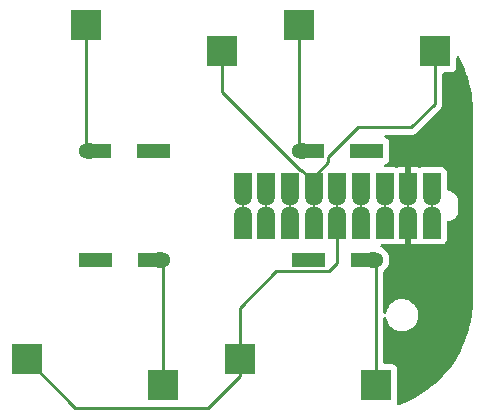
<source format=gbr>
%TF.GenerationSoftware,KiCad,Pcbnew,(6.0.6)*%
%TF.CreationDate,2022-07-28T22:43:09-07:00*%
%TF.ProjectId,left_thumb_routed,6c656674-5f74-4687-956d-625f726f7574,v1.0.0*%
%TF.SameCoordinates,Original*%
%TF.FileFunction,Copper,L2,Bot*%
%TF.FilePolarity,Positive*%
%FSLAX46Y46*%
G04 Gerber Fmt 4.6, Leading zero omitted, Abs format (unit mm)*
G04 Created by KiCad (PCBNEW (6.0.6)) date 2022-07-28 22:43:09*
%MOMM*%
%LPD*%
G01*
G04 APERTURE LIST*
%TA.AperFunction,SMDPad,CuDef*%
%ADD10R,2.600000X2.600000*%
%TD*%
%TA.AperFunction,SMDPad,CuDef*%
%ADD11R,1.400000X1.300000*%
%TD*%
%TA.AperFunction,ComponentPad*%
%ADD12R,1.778000X1.300000*%
%TD*%
%TA.AperFunction,ComponentPad*%
%ADD13O,1.778000X1.300000*%
%TD*%
%TA.AperFunction,ComponentPad*%
%ADD14C,1.500000*%
%TD*%
%TA.AperFunction,SMDPad,CuDef*%
%ADD15R,1.500000X2.000000*%
%TD*%
%TA.AperFunction,Conductor*%
%ADD16C,0.250000*%
%TD*%
G04 APERTURE END LIST*
D10*
%TO.P,SW35,1*%
%TO.N,mirror_c2_r4*%
X-88275000Y-36850000D03*
%TO.P,SW35,2*%
%TO.N,C2*%
X-76725000Y-39050000D03*
%TD*%
%TO.P,SW33,1*%
%TO.N,mirror_c1_r4*%
X-81725000Y-67350000D03*
%TO.P,SW33,2*%
%TO.N,C1*%
X-93275000Y-65150000D03*
%TD*%
D11*
%TO.P,D36,1*%
%TO.N,R5*%
X-65250000Y-47500000D03*
D12*
X-64000000Y-47500000D03*
D13*
%TO.P,D36,2*%
%TO.N,mirror_c2_r5*%
X-70000000Y-47500000D03*
D11*
X-68800000Y-47500000D03*
%TD*%
D12*
%TO.P,D35,1*%
%TO.N,R4*%
X-82000000Y-47500000D03*
D11*
X-83250000Y-47500000D03*
D13*
%TO.P,D35,2*%
%TO.N,mirror_c2_r4*%
X-88000000Y-47500000D03*
D11*
X-86800000Y-47500000D03*
%TD*%
D14*
%TO.P,J7,1*%
%TO.N,VCC*%
X-59000000Y-51400000D03*
D15*
X-59000000Y-50400000D03*
X-59000000Y-53900000D03*
D14*
X-59000000Y-52900000D03*
D15*
%TO.P,J7,2*%
%TO.N,GND*%
X-61000000Y-53900000D03*
D14*
X-61000000Y-52900000D03*
D15*
X-61000000Y-50400000D03*
D14*
X-61000000Y-51400000D03*
D15*
%TO.P,J7,3*%
%TO.N,SDA*%
X-63000000Y-50400000D03*
D14*
X-63000000Y-52900000D03*
X-63000000Y-51400000D03*
D15*
X-63000000Y-53900000D03*
D14*
%TO.P,J7,4*%
%TO.N,SCL*%
X-65000000Y-51400000D03*
X-65000000Y-52900000D03*
D15*
X-65000000Y-53900000D03*
X-65000000Y-50400000D03*
D14*
%TO.P,J7,5*%
%TO.N,C1*%
X-67000000Y-52900000D03*
D15*
X-67000000Y-50400000D03*
D14*
X-67000000Y-51400000D03*
D15*
X-67000000Y-53900000D03*
D14*
%TO.P,J7,6*%
%TO.N,C2*%
X-69000000Y-51400000D03*
X-69000000Y-52900000D03*
D15*
X-69000000Y-53900000D03*
X-69000000Y-50400000D03*
D14*
%TO.P,J7,7*%
%TO.N,R4*%
X-71000000Y-52900000D03*
X-71000000Y-51400000D03*
D15*
X-71000000Y-53900000D03*
X-71000000Y-50400000D03*
%TO.P,J7,8*%
%TO.N,R5*%
X-73000000Y-53900000D03*
X-73000000Y-50400000D03*
D14*
X-73000000Y-51400000D03*
X-73000000Y-52900000D03*
D15*
%TO.P,J7,9*%
%TO.N,N/C*%
X-75000000Y-50400000D03*
D14*
X-75000000Y-51400000D03*
D15*
X-75000000Y-53900000D03*
D14*
X-75000000Y-52900000D03*
%TD*%
D10*
%TO.P,SW34,1*%
%TO.N,mirror_c1_r5*%
X-63725000Y-67350000D03*
%TO.P,SW34,2*%
%TO.N,C1*%
X-75275000Y-65150000D03*
%TD*%
D12*
%TO.P,D33,1*%
%TO.N,R4*%
X-88000000Y-56700000D03*
D11*
X-86750000Y-56700000D03*
D13*
%TO.P,D33,2*%
%TO.N,mirror_c1_r4*%
X-82000000Y-56700000D03*
D11*
X-83200000Y-56700000D03*
%TD*%
D10*
%TO.P,SW36,1*%
%TO.N,mirror_c2_r5*%
X-70275000Y-36850000D03*
%TO.P,SW36,2*%
%TO.N,C2*%
X-58725000Y-39050000D03*
%TD*%
D11*
%TO.P,D34,1*%
%TO.N,R5*%
X-68750000Y-56700000D03*
D12*
X-70000000Y-56700000D03*
D13*
%TO.P,D34,2*%
%TO.N,mirror_c1_r5*%
X-64000000Y-56700000D03*
D11*
X-65200000Y-56700000D03*
%TD*%
D16*
%TO.N,C1*%
X-75275000Y-60775000D02*
X-72175000Y-57675000D01*
X-72175000Y-57675000D02*
X-67725000Y-57675000D01*
X-89199999Y-69225001D02*
X-77975001Y-69225001D01*
X-93275000Y-65150000D02*
X-89199999Y-69225001D01*
X-75275000Y-66525000D02*
X-75275000Y-65150000D01*
X-67725000Y-57675000D02*
X-67000000Y-56950000D01*
X-77975001Y-69225001D02*
X-75275000Y-66525000D01*
X-67000000Y-56950000D02*
X-67000000Y-53149500D01*
X-75275000Y-65150000D02*
X-75275000Y-60775000D01*
%TO.N,C2*%
X-67775000Y-48475000D02*
X-69000000Y-49700000D01*
X-67775000Y-48025000D02*
X-67775000Y-48475000D01*
X-60732629Y-45500000D02*
X-65250000Y-45500000D01*
X-70175000Y-49075000D02*
X-70075000Y-49075000D01*
X-58725000Y-39050000D02*
X-58725000Y-43492371D01*
X-69000000Y-50150000D02*
X-69000000Y-50400000D01*
X-76725000Y-42525000D02*
X-70175000Y-49075000D01*
X-70075000Y-49075000D02*
X-69000000Y-50150000D01*
X-58725000Y-43492371D02*
X-60732629Y-45500000D01*
X-76725000Y-39050000D02*
X-76725000Y-42525000D01*
X-69000000Y-49700000D02*
X-69000000Y-50400000D01*
X-65250000Y-45500000D02*
X-67775000Y-48025000D01*
%TO.N,mirror_c1_r4*%
X-81725000Y-56975000D02*
X-82000000Y-56700000D01*
X-81725000Y-67350000D02*
X-81725000Y-56975000D01*
%TO.N,mirror_c1_r5*%
X-63725000Y-67350000D02*
X-63725000Y-56975000D01*
X-63725000Y-56975000D02*
X-64000000Y-56700000D01*
%TO.N,mirror_c2_r4*%
X-88275000Y-36850000D02*
X-88275000Y-47225000D01*
X-88275000Y-47225000D02*
X-88000000Y-47500000D01*
%TO.N,mirror_c2_r5*%
X-70275000Y-47225000D02*
X-70000000Y-47500000D01*
X-70275000Y-36850000D02*
X-70275000Y-47225000D01*
%TD*%
%TA.AperFunction,Conductor*%
%TO.N,GND*%
G36*
X-56707988Y-39497857D02*
G01*
X-56678233Y-39535878D01*
X-56413623Y-40055205D01*
X-56410267Y-40062337D01*
X-56176592Y-40602328D01*
X-56173690Y-40609656D01*
X-55974388Y-41163239D01*
X-55971946Y-41170755D01*
X-55813293Y-41716841D01*
X-55807795Y-41735766D01*
X-55805836Y-41743395D01*
X-55677482Y-42317612D01*
X-55676003Y-42325368D01*
X-55623975Y-42653861D01*
X-55589812Y-42869553D01*
X-55583962Y-42906490D01*
X-55582971Y-42914334D01*
X-55566085Y-43092967D01*
X-55527602Y-43500082D01*
X-55527105Y-43507982D01*
X-55509905Y-44055300D01*
X-55511343Y-44078642D01*
X-55512310Y-44084850D01*
X-55512310Y-44084855D01*
X-55513691Y-44093724D01*
X-55512527Y-44102626D01*
X-55512527Y-44102628D01*
X-55509564Y-44125283D01*
X-55508500Y-44141621D01*
X-55508500Y-60050633D01*
X-55510000Y-60070018D01*
X-55512310Y-60084851D01*
X-55512310Y-60084855D01*
X-55513691Y-60093724D01*
X-55512527Y-60102626D01*
X-55512527Y-60102628D01*
X-55512050Y-60106276D01*
X-55510864Y-60115340D01*
X-55510669Y-60116834D01*
X-55509667Y-60137129D01*
X-55527105Y-60692018D01*
X-55527602Y-60699918D01*
X-55529986Y-60725142D01*
X-55577999Y-61233073D01*
X-55582970Y-61285657D01*
X-55583961Y-61293501D01*
X-55607558Y-61442489D01*
X-55676003Y-61874632D01*
X-55677482Y-61882388D01*
X-55805836Y-62456605D01*
X-55807793Y-62464226D01*
X-55971227Y-63026773D01*
X-55971942Y-63029233D01*
X-55974384Y-63036748D01*
X-56173690Y-63590344D01*
X-56176592Y-63597672D01*
X-56410267Y-64137663D01*
X-56413623Y-64144795D01*
X-56637189Y-64583568D01*
X-56680737Y-64669036D01*
X-56684550Y-64675972D01*
X-56984047Y-65182394D01*
X-56988289Y-65189077D01*
X-57318989Y-65675688D01*
X-57323636Y-65682085D01*
X-57684261Y-66147001D01*
X-57689283Y-66153070D01*
X-58054842Y-66567715D01*
X-58078380Y-66594414D01*
X-58083799Y-66600184D01*
X-58499816Y-67016201D01*
X-58505586Y-67021620D01*
X-58946930Y-67410717D01*
X-58952999Y-67415739D01*
X-59417908Y-67776359D01*
X-59424312Y-67781011D01*
X-59910923Y-68111711D01*
X-59917606Y-68115953D01*
X-60424028Y-68415450D01*
X-60430964Y-68419263D01*
X-60955205Y-68686377D01*
X-60962337Y-68689733D01*
X-61502328Y-68923408D01*
X-61509656Y-68926310D01*
X-61655673Y-68978879D01*
X-61803448Y-69032081D01*
X-61874317Y-69036336D01*
X-61936237Y-69001602D01*
X-61969548Y-68938905D01*
X-61964111Y-68869301D01*
X-61926029Y-68767718D01*
X-61926027Y-68767712D01*
X-61923255Y-68760316D01*
X-61916500Y-68698134D01*
X-61916500Y-66001866D01*
X-61923255Y-65939684D01*
X-61974385Y-65803295D01*
X-62061739Y-65686739D01*
X-62178295Y-65599385D01*
X-62314684Y-65548255D01*
X-62376866Y-65541500D01*
X-62965500Y-65541500D01*
X-63033621Y-65521498D01*
X-63080114Y-65467842D01*
X-63091500Y-65415500D01*
X-63091500Y-61649147D01*
X-63071498Y-61581026D01*
X-63017842Y-61534533D01*
X-62947568Y-61524429D01*
X-62882988Y-61553923D01*
X-62844604Y-61613649D01*
X-62842186Y-61623270D01*
X-62806772Y-61792050D01*
X-62722033Y-62006622D01*
X-62602353Y-62203849D01*
X-62598856Y-62207879D01*
X-62512232Y-62307704D01*
X-62451153Y-62378092D01*
X-62447022Y-62381479D01*
X-62276885Y-62520984D01*
X-62276879Y-62520988D01*
X-62272757Y-62524368D01*
X-62072265Y-62638494D01*
X-62067249Y-62640315D01*
X-62067244Y-62640317D01*
X-61860425Y-62715389D01*
X-61860421Y-62715390D01*
X-61855410Y-62717209D01*
X-61850161Y-62718158D01*
X-61850158Y-62718159D01*
X-61632477Y-62757522D01*
X-61632470Y-62757523D01*
X-61628393Y-62758260D01*
X-61610656Y-62759096D01*
X-61605708Y-62759330D01*
X-61605701Y-62759330D01*
X-61604220Y-62759400D01*
X-61442075Y-62759400D01*
X-61375119Y-62753719D01*
X-61275438Y-62745261D01*
X-61275434Y-62745260D01*
X-61270127Y-62744810D01*
X-61264972Y-62743472D01*
X-61264966Y-62743471D01*
X-61051997Y-62688195D01*
X-61051993Y-62688194D01*
X-61046828Y-62686853D01*
X-61041962Y-62684661D01*
X-61041959Y-62684660D01*
X-60841351Y-62594293D01*
X-60836485Y-62592101D01*
X-60832065Y-62589125D01*
X-60832061Y-62589123D01*
X-60685497Y-62490449D01*
X-60645115Y-62463262D01*
X-60478188Y-62304022D01*
X-60340479Y-62118934D01*
X-60285695Y-62011183D01*
X-60238342Y-61918046D01*
X-60238342Y-61918045D01*
X-60235923Y-61913288D01*
X-60182379Y-61740849D01*
X-60169095Y-61698070D01*
X-60169094Y-61698064D01*
X-60167511Y-61692967D01*
X-60150012Y-61560937D01*
X-60137900Y-61469553D01*
X-60137900Y-61469548D01*
X-60137200Y-61464268D01*
X-60138017Y-61442489D01*
X-60145654Y-61239063D01*
X-60145854Y-61233732D01*
X-60193228Y-61007950D01*
X-60196170Y-61000499D01*
X-60241107Y-60886712D01*
X-60277967Y-60793378D01*
X-60397647Y-60596151D01*
X-60484572Y-60495978D01*
X-60545347Y-60425941D01*
X-60545349Y-60425939D01*
X-60548847Y-60421908D01*
X-60633586Y-60352426D01*
X-60723115Y-60279016D01*
X-60723121Y-60279012D01*
X-60727243Y-60275632D01*
X-60927735Y-60161506D01*
X-60932751Y-60159685D01*
X-60932756Y-60159683D01*
X-61139575Y-60084611D01*
X-61139579Y-60084610D01*
X-61144590Y-60082791D01*
X-61149839Y-60081842D01*
X-61149842Y-60081841D01*
X-61367523Y-60042478D01*
X-61367530Y-60042477D01*
X-61371607Y-60041740D01*
X-61389344Y-60040904D01*
X-61394292Y-60040670D01*
X-61394299Y-60040670D01*
X-61395780Y-60040600D01*
X-61557925Y-60040600D01*
X-61624881Y-60046281D01*
X-61724562Y-60054739D01*
X-61724566Y-60054740D01*
X-61729873Y-60055190D01*
X-61735028Y-60056528D01*
X-61735034Y-60056529D01*
X-61948003Y-60111805D01*
X-61948007Y-60111806D01*
X-61953172Y-60113147D01*
X-61958038Y-60115339D01*
X-61958041Y-60115340D01*
X-62023218Y-60144700D01*
X-62163515Y-60207899D01*
X-62167935Y-60210875D01*
X-62167939Y-60210877D01*
X-62260200Y-60272992D01*
X-62354885Y-60336738D01*
X-62521812Y-60495978D01*
X-62525000Y-60500263D01*
X-62638002Y-60652144D01*
X-62659521Y-60681066D01*
X-62661936Y-60685816D01*
X-62716623Y-60793378D01*
X-62764077Y-60886712D01*
X-62798283Y-60996872D01*
X-62830905Y-61101930D01*
X-62830906Y-61101936D01*
X-62832489Y-61107033D01*
X-62840592Y-61168171D01*
X-62869371Y-61233073D01*
X-62928670Y-61272113D01*
X-62999663Y-61272896D01*
X-63059808Y-61235174D01*
X-63090012Y-61170922D01*
X-63091500Y-61151616D01*
X-63091500Y-57709187D01*
X-63071498Y-57641066D01*
X-63040890Y-57608230D01*
X-62982491Y-57564622D01*
X-62837963Y-57408271D01*
X-62724347Y-57228201D01*
X-62645449Y-57030441D01*
X-62603911Y-56821615D01*
X-62601124Y-56608716D01*
X-62637181Y-56398874D01*
X-62710875Y-56199116D01*
X-62819739Y-56016134D01*
X-62960125Y-55856054D01*
X-63127333Y-55724238D01*
X-63132444Y-55721549D01*
X-63132447Y-55721547D01*
X-63276023Y-55646008D01*
X-63326995Y-55596589D01*
X-63343158Y-55527456D01*
X-63319379Y-55460560D01*
X-63263208Y-55417140D01*
X-63217355Y-55408500D01*
X-62201866Y-55408500D01*
X-62139684Y-55401745D01*
X-62132288Y-55398973D01*
X-62132282Y-55398971D01*
X-62043517Y-55365694D01*
X-61972710Y-55360511D01*
X-61955059Y-55365694D01*
X-61867609Y-55398478D01*
X-61852351Y-55402105D01*
X-61801486Y-55407631D01*
X-61794672Y-55408000D01*
X-61272115Y-55408000D01*
X-61256876Y-55403525D01*
X-61255671Y-55402135D01*
X-61254000Y-55394452D01*
X-61254000Y-53772000D01*
X-61233998Y-53703879D01*
X-61180342Y-53657386D01*
X-61128000Y-53646000D01*
X-60872000Y-53646000D01*
X-60803879Y-53666002D01*
X-60757386Y-53719658D01*
X-60746000Y-53772000D01*
X-60746000Y-55389884D01*
X-60741525Y-55405123D01*
X-60740135Y-55406328D01*
X-60732452Y-55407999D01*
X-60205331Y-55407999D01*
X-60198510Y-55407629D01*
X-60147648Y-55402105D01*
X-60132394Y-55398478D01*
X-60044941Y-55365694D01*
X-59974134Y-55360511D01*
X-59956483Y-55365694D01*
X-59867718Y-55398971D01*
X-59867712Y-55398973D01*
X-59860316Y-55401745D01*
X-59798134Y-55408500D01*
X-58201866Y-55408500D01*
X-58139684Y-55401745D01*
X-58003295Y-55350615D01*
X-57886739Y-55263261D01*
X-57799385Y-55146705D01*
X-57748255Y-55010316D01*
X-57741500Y-54948134D01*
X-57741500Y-53577067D01*
X-57721498Y-53508946D01*
X-57667842Y-53462453D01*
X-57626483Y-53451547D01*
X-57579694Y-53447453D01*
X-57579684Y-53447451D01*
X-57574206Y-53446972D01*
X-57403755Y-53401299D01*
X-57328930Y-53366407D01*
X-57248811Y-53329048D01*
X-57248806Y-53329045D01*
X-57243824Y-53326722D01*
X-57163126Y-53270216D01*
X-57103784Y-53228665D01*
X-57103781Y-53228663D01*
X-57099273Y-53225506D01*
X-56974494Y-53100727D01*
X-56873278Y-52956176D01*
X-56870955Y-52951194D01*
X-56870952Y-52951189D01*
X-56801026Y-52801230D01*
X-56798701Y-52796245D01*
X-56753028Y-52625794D01*
X-56741698Y-52496289D01*
X-56740431Y-52486369D01*
X-56737230Y-52467345D01*
X-56737230Y-52467343D01*
X-56736424Y-52462553D01*
X-56736271Y-52450001D01*
X-56740227Y-52422377D01*
X-56741500Y-52404515D01*
X-56741500Y-51903249D01*
X-56739754Y-51882344D01*
X-56737230Y-51867343D01*
X-56737230Y-51867340D01*
X-56736424Y-51862551D01*
X-56736271Y-51849999D01*
X-56736960Y-51845185D01*
X-56736961Y-51845175D01*
X-56739318Y-51828719D01*
X-56740112Y-51821838D01*
X-56752549Y-51679684D01*
X-56753028Y-51674206D01*
X-56798701Y-51503755D01*
X-56833593Y-51428930D01*
X-56870952Y-51348811D01*
X-56870955Y-51348806D01*
X-56873278Y-51343824D01*
X-56974494Y-51199273D01*
X-57099273Y-51074494D01*
X-57103781Y-51071337D01*
X-57103784Y-51071335D01*
X-57163126Y-51029784D01*
X-57243824Y-50973278D01*
X-57248806Y-50970955D01*
X-57248811Y-50970952D01*
X-57328930Y-50933593D01*
X-57403755Y-50898701D01*
X-57488980Y-50875865D01*
X-57568895Y-50854451D01*
X-57568896Y-50854451D01*
X-57574206Y-50853028D01*
X-57579684Y-50852549D01*
X-57579694Y-50852547D01*
X-57626483Y-50848453D01*
X-57692601Y-50822590D01*
X-57734240Y-50765086D01*
X-57741500Y-50722933D01*
X-57741500Y-49351866D01*
X-57748255Y-49289684D01*
X-57799385Y-49153295D01*
X-57886739Y-49036739D01*
X-58003295Y-48949385D01*
X-58139684Y-48898255D01*
X-58201866Y-48891500D01*
X-59798134Y-48891500D01*
X-59860316Y-48898255D01*
X-59867712Y-48901027D01*
X-59867718Y-48901029D01*
X-59956483Y-48934306D01*
X-60027290Y-48939489D01*
X-60044941Y-48934306D01*
X-60132391Y-48901522D01*
X-60147649Y-48897895D01*
X-60198514Y-48892369D01*
X-60205328Y-48892000D01*
X-60727885Y-48892000D01*
X-60743124Y-48896475D01*
X-60744329Y-48897865D01*
X-60746000Y-48905548D01*
X-60746000Y-50528000D01*
X-60766002Y-50596121D01*
X-60819658Y-50642614D01*
X-60872000Y-50654000D01*
X-61128000Y-50654000D01*
X-61196121Y-50633998D01*
X-61242614Y-50580342D01*
X-61254000Y-50528000D01*
X-61254000Y-48910116D01*
X-61258475Y-48894877D01*
X-61259865Y-48893672D01*
X-61267548Y-48892001D01*
X-61794669Y-48892001D01*
X-61801490Y-48892371D01*
X-61852352Y-48897895D01*
X-61867606Y-48901522D01*
X-61955059Y-48934306D01*
X-62025866Y-48939489D01*
X-62043517Y-48934306D01*
X-62132282Y-48901029D01*
X-62132288Y-48901027D01*
X-62139684Y-48898255D01*
X-62201866Y-48891500D01*
X-62945179Y-48891500D01*
X-63013300Y-48871498D01*
X-63059793Y-48817842D01*
X-63069897Y-48747568D01*
X-63040403Y-48682988D01*
X-62989408Y-48647518D01*
X-62872705Y-48603768D01*
X-62872704Y-48603767D01*
X-62864295Y-48600615D01*
X-62747739Y-48513261D01*
X-62660385Y-48396705D01*
X-62609255Y-48260316D01*
X-62602500Y-48198134D01*
X-62602500Y-46801866D01*
X-62609255Y-46739684D01*
X-62660385Y-46603295D01*
X-62747739Y-46486739D01*
X-62864295Y-46399385D01*
X-62922721Y-46377482D01*
X-62979485Y-46334840D01*
X-63004185Y-46268279D01*
X-62988978Y-46198930D01*
X-62938692Y-46148812D01*
X-62878491Y-46133500D01*
X-60811396Y-46133500D01*
X-60800213Y-46134027D01*
X-60792720Y-46135702D01*
X-60784794Y-46135453D01*
X-60784793Y-46135453D01*
X-60724643Y-46133562D01*
X-60720684Y-46133500D01*
X-60692773Y-46133500D01*
X-60688838Y-46133003D01*
X-60688773Y-46132995D01*
X-60676936Y-46132062D01*
X-60644678Y-46131048D01*
X-60640659Y-46130922D01*
X-60632740Y-46130673D01*
X-60613286Y-46125021D01*
X-60593929Y-46121013D01*
X-60581699Y-46119468D01*
X-60581698Y-46119468D01*
X-60573832Y-46118474D01*
X-60566461Y-46115555D01*
X-60566459Y-46115555D01*
X-60532717Y-46102196D01*
X-60521487Y-46098351D01*
X-60486646Y-46088229D01*
X-60486645Y-46088229D01*
X-60479036Y-46086018D01*
X-60472217Y-46081985D01*
X-60472212Y-46081983D01*
X-60461601Y-46075707D01*
X-60443853Y-46067012D01*
X-60425012Y-46059552D01*
X-60389242Y-46033564D01*
X-60379322Y-46027048D01*
X-60348094Y-46008580D01*
X-60348091Y-46008578D01*
X-60341267Y-46004542D01*
X-60326946Y-45990221D01*
X-60311912Y-45977380D01*
X-60301935Y-45970131D01*
X-60295522Y-45965472D01*
X-60267331Y-45931395D01*
X-60259341Y-45922616D01*
X-58332753Y-43996028D01*
X-58324463Y-43988484D01*
X-58317982Y-43984371D01*
X-58271341Y-43934703D01*
X-58268587Y-43931862D01*
X-58248866Y-43912141D01*
X-58246388Y-43908946D01*
X-58238682Y-43899924D01*
X-58213842Y-43873472D01*
X-58208414Y-43867692D01*
X-58198654Y-43849939D01*
X-58187801Y-43833416D01*
X-58180247Y-43823677D01*
X-58175387Y-43817412D01*
X-58157824Y-43776828D01*
X-58152617Y-43766198D01*
X-58131305Y-43727431D01*
X-58129334Y-43719754D01*
X-58129332Y-43719749D01*
X-58126268Y-43707813D01*
X-58119862Y-43689101D01*
X-58114967Y-43677790D01*
X-58111819Y-43670516D01*
X-58110579Y-43662688D01*
X-58110577Y-43662681D01*
X-58104901Y-43626847D01*
X-58102495Y-43615227D01*
X-58093472Y-43580082D01*
X-58093472Y-43580081D01*
X-58091500Y-43572401D01*
X-58091500Y-43552147D01*
X-58089949Y-43532436D01*
X-58088020Y-43520257D01*
X-58086780Y-43512428D01*
X-58090941Y-43468409D01*
X-58091500Y-43456552D01*
X-58091500Y-40984500D01*
X-58071498Y-40916379D01*
X-58017842Y-40869886D01*
X-57965500Y-40858500D01*
X-57376866Y-40858500D01*
X-57314684Y-40851745D01*
X-57178295Y-40800615D01*
X-57061739Y-40713261D01*
X-56974385Y-40596705D01*
X-56923255Y-40460316D01*
X-56916500Y-40398134D01*
X-56916500Y-39593081D01*
X-56896498Y-39524960D01*
X-56842842Y-39478467D01*
X-56772568Y-39468363D01*
X-56707988Y-39497857D01*
G37*
%TD.AperFunction*%
%TD*%
M02*

</source>
